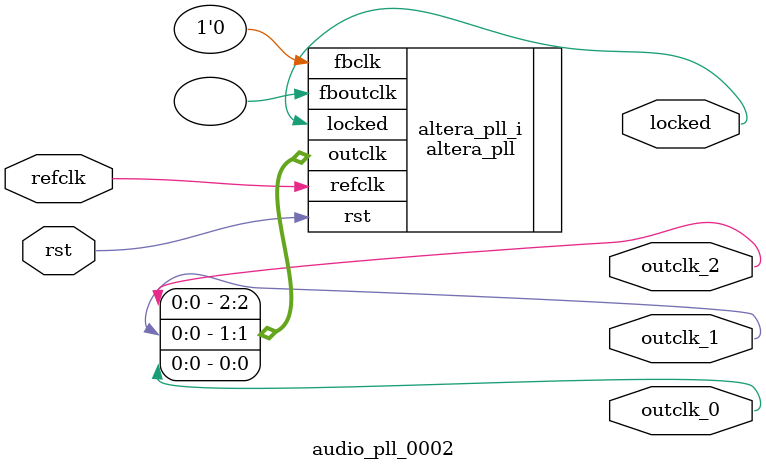
<source format=v>
`timescale 1ns/10ps
module  audio_pll_0002(

	// interface 'refclk'
	input wire refclk,

	// interface 'reset'
	input wire rst,

	// interface 'outclk0'
	output wire outclk_0,

	// interface 'outclk1'
	output wire outclk_1,

	// interface 'outclk2'
	output wire outclk_2,

	// interface 'locked'
	output wire locked
);

	altera_pll #(
		.fractional_vco_multiplier("false"),
		.reference_clock_frequency("50.0 MHz"),
		.operation_mode("normal"),
		.number_of_clocks(3),
		.output_clock_frequency0("90.416666 MHz"),
		.phase_shift0("0 ps"),
		.duty_cycle0(50),
		.output_clock_frequency1("33.906250 MHz"),
		.phase_shift1("0 ps"),
		.duty_cycle1(50),
		.output_clock_frequency2("16.953125 MHz"),
		.phase_shift2("0 ps"),
		.duty_cycle2(50),
		.output_clock_frequency3("0 MHz"),
		.phase_shift3("0 ps"),
		.duty_cycle3(50),
		.output_clock_frequency4("0 MHz"),
		.phase_shift4("0 ps"),
		.duty_cycle4(50),
		.output_clock_frequency5("0 MHz"),
		.phase_shift5("0 ps"),
		.duty_cycle5(50),
		.output_clock_frequency6("0 MHz"),
		.phase_shift6("0 ps"),
		.duty_cycle6(50),
		.output_clock_frequency7("0 MHz"),
		.phase_shift7("0 ps"),
		.duty_cycle7(50),
		.output_clock_frequency8("0 MHz"),
		.phase_shift8("0 ps"),
		.duty_cycle8(50),
		.output_clock_frequency9("0 MHz"),
		.phase_shift9("0 ps"),
		.duty_cycle9(50),
		.output_clock_frequency10("0 MHz"),
		.phase_shift10("0 ps"),
		.duty_cycle10(50),
		.output_clock_frequency11("0 MHz"),
		.phase_shift11("0 ps"),
		.duty_cycle11(50),
		.output_clock_frequency12("0 MHz"),
		.phase_shift12("0 ps"),
		.duty_cycle12(50),
		.output_clock_frequency13("0 MHz"),
		.phase_shift13("0 ps"),
		.duty_cycle13(50),
		.output_clock_frequency14("0 MHz"),
		.phase_shift14("0 ps"),
		.duty_cycle14(50),
		.output_clock_frequency15("0 MHz"),
		.phase_shift15("0 ps"),
		.duty_cycle15(50),
		.output_clock_frequency16("0 MHz"),
		.phase_shift16("0 ps"),
		.duty_cycle16(50),
		.output_clock_frequency17("0 MHz"),
		.phase_shift17("0 ps"),
		.duty_cycle17(50),
		.pll_type("General"),
		.pll_subtype("General")
	) altera_pll_i (
		.rst	(rst),
		.outclk	({outclk_2, outclk_1, outclk_0}),
		.locked	(locked),
		.fboutclk	( ),
		.fbclk	(1'b0),
		.refclk	(refclk)
	);
endmodule


</source>
